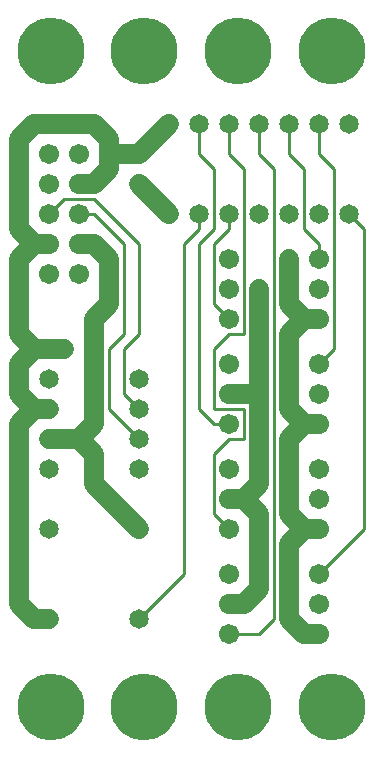
<source format=gtl>
%MOIN*%
%FSLAX25Y25*%
G04 D10 used for Character Trace; *
G04     Circle (OD=.01000) (No hole)*
G04 D11 used for Power Trace; *
G04     Circle (OD=.06500) (No hole)*
G04 D12 used for Signal Trace; *
G04     Circle (OD=.01100) (No hole)*
G04 D13 used for Via; *
G04     Circle (OD=.05800) (Round. Hole ID=.02800)*
G04 D14 used for Component hole; *
G04     Circle (OD=.06500) (Round. Hole ID=.03500)*
G04 D15 used for Component hole; *
G04     Circle (OD=.06700) (Round. Hole ID=.04300)*
G04 D16 used for Component hole; *
G04     Circle (OD=.08100) (Round. Hole ID=.05100)*
G04 D17 used for Component hole; *
G04     Circle (OD=.08900) (Round. Hole ID=.05900)*
G04 D18 used for Component hole; *
G04     Circle (OD=.11300) (Round. Hole ID=.08300)*
G04 D19 used for Component hole; *
G04     Circle (OD=.16000) (Round. Hole ID=.13000)*
G04 D20 used for Component hole; *
G04     Circle (OD=.18300) (Round. Hole ID=.15300)*
G04 D21 used for Component hole; *
G04     Circle (OD=.22291) (Round. Hole ID=.19291)*
%ADD10C,.01000*%
%ADD11C,.06500*%
%ADD12C,.01100*%
%ADD13C,.05800*%
%ADD14C,.06500*%
%ADD15C,.06700*%
%ADD16C,.08100*%
%ADD17C,.08900*%
%ADD18C,.11300*%
%ADD19C,.16000*%
%ADD20C,.18300*%
%ADD21C,.22291*%
%IPPOS*%
%LPD*%
G90*X0Y0D02*D21*X15625Y15625D03*D14*              
X45000Y45000D03*D12*X60000Y60000D01*Y170000D01*   
X65000Y175000D01*Y180000D01*D14*D03*D12*          
Y170000D02*X70000Y175000D01*X65000Y115000D02*     
Y170000D01*X70000Y110000D02*X65000Y115000D01*     
X70000Y110000D02*X75000D01*D15*D03*D12*Y105000D02*
X80000D01*X70000Y100000D02*X75000Y105000D01*      
X70000Y80000D02*Y100000D01*X75000Y75000D02*       
X70000Y80000D01*D15*X75000Y75000D03*D11*          
X85000Y80000D02*X80000Y85000D01*X85000Y55000D02*  
Y80000D01*X80000Y50000D02*X85000Y55000D01*        
X75000Y50000D02*X80000D01*D15*X75000D03*D12*      
Y40000D02*X85000D01*D15*X75000D03*D12*X85000D02*  
X90000Y45000D01*Y195000D01*X85000Y200000D01*      
Y210000D01*D14*D03*D12*X100000Y195000D02*         
X95000Y200000D01*X100000Y175000D02*Y195000D01*    
X105000Y170000D02*X100000Y175000D01*              
X105000Y165000D02*Y170000D01*D15*Y165000D03*D13*  
X95000D03*D11*Y150000D01*X100000Y145000D01*       
X95000Y140000D01*Y130000D01*D13*D03*D11*          
Y115000D01*X100000Y110000D01*X95000Y105000D01*    
Y95000D01*D13*D03*D11*Y80000D01*X100000Y75000D01* 
X95000Y70000D01*Y60000D01*D13*D03*D11*Y45000D01*  
X100000Y40000D01*X105000D01*D15*D03*Y50000D03*    
Y60000D03*D12*X120000Y75000D01*Y175000D01*        
X115000Y180000D01*D14*D03*X105000D03*D12*         
X110000Y135000D02*Y195000D01*X105000Y130000D02*   
X110000Y135000D01*D15*X105000Y130000D03*          
Y120000D03*Y145000D03*D11*X100000D01*D15*         
X105000Y155000D03*D13*X85000D03*D11*Y120000D01*   
Y90000D01*X80000Y85000D01*X75000D01*D15*D03*      
Y95000D03*D12*X80000Y105000D02*Y115000D01*        
X70000D01*Y135000D01*X75000Y140000D01*X80000D01*  
Y195000D01*X75000Y200000D01*Y210000D01*D14*D03*   
D12*X70000Y195000D02*X65000Y200000D01*            
X70000Y175000D02*Y195000D01*D14*X75000Y180000D03* 
D12*Y175000D01*X70000Y170000D01*Y150000D01*       
X75000Y145000D01*D15*D03*Y155000D03*Y130000D03*   
Y165000D03*Y120000D03*D11*X85000D01*              
X100000Y110000D02*X105000D01*D15*D03*Y95000D03*   
Y85000D03*D11*X100000Y75000D02*X105000D01*D15*D03*
X75000Y60000D03*D21*X46875Y15625D03*D14*          
X45000Y125000D03*Y115000D03*D12*X40000Y120000D01* 
Y135000D01*X45000Y140000D01*Y170000D01*           
X30000Y185000D01*X20000D01*X15000Y180000D01*D15*  
D03*X25000Y170000D03*D11*X30000D01*               
X35000Y165000D01*Y150000D01*X30000Y145000D01*     
Y135000D01*D14*D03*D11*Y110000D01*                
X25000Y105000D01*X30000Y100000D01*Y90000D01*      
X45000Y75000D01*D14*D03*Y95000D03*                
X15000Y105000D03*D11*X25000D01*D12*X45000D02*     
X35000Y115000D01*D14*X45000Y105000D03*D12*        
X35000Y115000D02*Y135000D01*X40000Y140000D01*     
Y170000D01*X30000Y180000D01*X25000D01*D15*D03*    
X15000Y190000D03*Y170000D03*D11*X10000D01*        
X5000Y165000D01*Y140000D01*X10000Y135000D01*      
X5000Y130000D01*Y120000D01*X10000Y115000D01*      
X5000Y110000D01*Y50000D01*X10000Y45000D01*        
X15000D01*D14*D03*Y75000D03*Y95000D03*D21*        
X78125Y15625D03*D14*X15000Y115000D03*D11*         
X10000D01*D14*X15000Y125000D03*X20000Y135000D03*  
D11*X10000D01*D15*X25000Y160000D03*X15000D03*D11* 
X10000Y170000D02*X5000Y175000D01*Y205000D01*      
X10000Y210000D01*X30000D01*X35000Y205000D01*      
Y200000D01*Y195000D01*X30000Y190000D01*X25000D01* 
D15*D03*D11*X35000Y200000D02*X45000D01*D14*D03*   
D11*X55000Y210000D01*D14*D03*D12*X65000Y200000D02*
Y210000D01*D14*D03*X45000Y190000D03*D11*          
X55000Y180000D01*D14*D03*D15*X25000Y200000D03*D14*
X85000Y180000D03*D15*X15000Y200000D03*D14*        
X95000Y180000D03*D12*Y200000D02*Y210000D01*D14*   
D03*D12*X110000Y195000D02*X105000Y200000D01*      
Y210000D01*D14*D03*X115000D03*D21*                
X78125Y234375D03*X109375D03*X46875D03*X15625D03*  
X109375Y15625D03*M02*                             

</source>
